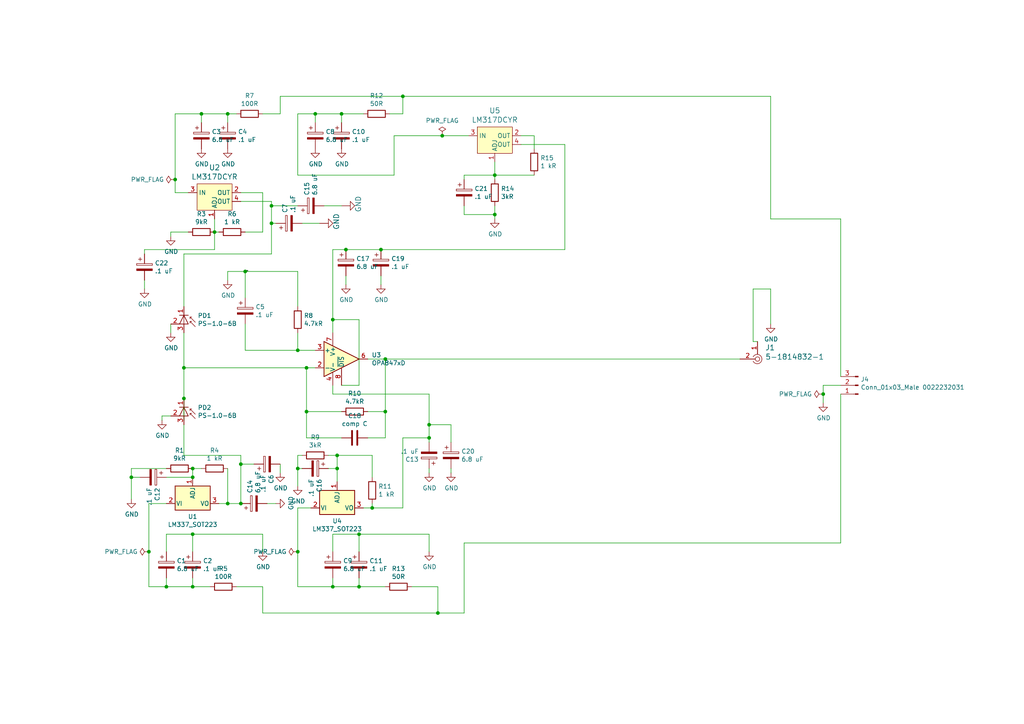
<source format=kicad_sch>
(kicad_sch (version 20211123) (generator eeschema)
  (paper "A4")
  (lib_symbols
    (symbol "Amplifier_Operational:OPA847xD" (pin_names (offset 0.127))
      (property "Reference" "U" (at -1.27 6.35 0))
      (property "Value" "OPA847xD" (at -1.27 3.81 0))
      (symbol "OPA847xD_0_1"
        (polyline (pts (xy -5.08 5.08) (xy 5.08 0) (xy -5.08 -5.08) (xy -5.08 5.08)) (stroke (width 0.254)) (fill (type background)))
        (pin power_in line (at -2.54 -7.62 90) (length 3.81) (name "V-") (number "4"))
        (pin power_in line (at -2.54 7.62 270) (length 3.81) (name "V+") (number "7"))
      )
      (symbol "OPA847xD_1_1"
        (pin no_connect line (at -5.08 5.08 270) (length 2.54) hide (name "NC") (number "1"))
        (pin input line (at -7.62 -2.54 0) (length 2.54) (name "-") (number "2"))
        (pin input line (at -7.62 2.54 0) (length 2.54) (name "+") (number "3"))
        (pin no_connect line (at -5.08 -5.08 90) (length 3.81) hide (name "NC") (number "5"))
        (pin output line (at 7.62 0 180) (length 2.54) (name "~") (number "6"))
        (pin input line (at 0 -7.62 90) (length 5.08) (name "~{DIS}") (number "8"))
      )
    )
    (symbol "Connector:Conn_01x03_Male" (pin_names (offset 1.016) hide)
      (property "Reference" "J" (at 0 5.08 0))
      (property "Value" "Conn_01x03_Male" (at 0 -5.08 0))
      (symbol "Conn_01x03_Male_1_1"
        (polyline (pts (xy 1.27 -2.54) (xy 0.8636 -2.54)) (stroke (width 0.1524)))
        (polyline (pts (xy 1.27 0) (xy 0.8636 0)) (stroke (width 0.1524)))
        (polyline (pts (xy 1.27 2.54) (xy 0.8636 2.54)) (stroke (width 0.1524)))
        (rectangle (start 0.8636 -2.413) (end 0 -2.667) (stroke (width 0.1524)) (fill (type outline)))
        (rectangle (start 0.8636 0.127) (end 0 -0.127) (stroke (width 0.1524)) (fill (type outline)))
        (rectangle (start 0.8636 2.667) (end 0 2.413) (stroke (width 0.1524)) (fill (type outline)))
        (pin passive line (at 5.08 2.54 180) (length 3.81) (name "Pin_1") (number "1"))
        (pin passive line (at 5.08 0 180) (length 3.81) (name "Pin_2") (number "2"))
        (pin passive line (at 5.08 -2.54 180) (length 3.81) (name "Pin_3") (number "3"))
      )
    )
    (symbol "Device:C" (pin_numbers hide) (pin_names (offset 0.254))
      (property "Reference" "C" (at 0.635 2.54 0))
      (property "Value" "C" (at 0.635 -2.54 0))
      (symbol "C_0_1"
        (polyline (pts (xy -2.032 -0.762) (xy 2.032 -0.762)) (stroke (width 0.508)))
        (polyline (pts (xy -2.032 0.762) (xy 2.032 0.762)) (stroke (width 0.508)))
      )
      (symbol "C_1_1"
        (pin passive line (at 0 3.81 270) (length 2.794) (name "~") (number "1"))
        (pin passive line (at 0 -3.81 90) (length 2.794) (name "~") (number "2"))
      )
    )
    (symbol "Device:R" (pin_numbers hide) (pin_names (offset 0))
      (property "Reference" "R" (at 2.032 0 90))
      (property "Value" "R" (at 0 0 90))
      (symbol "R_0_1"
        (rectangle (start -1.016 -2.54) (end 1.016 2.54) (stroke (width 0.254)))
      )
      (symbol "R_1_1"
        (pin passive line (at 0 3.81 270) (length 1.27) (name "~") (number "1"))
        (pin passive line (at 0 -3.81 90) (length 1.27) (name "~") (number "2"))
      )
    )
    (symbol "Homodyne1-eagle-import:GND" (power) (pin_names (offset 1.016))
      (property "Value" "GND" (at -1.905 -3.175 0))
      (symbol "GND_1_0"
        (polyline (pts (xy -1.27 0) (xy 1.27 0)))
        (polyline (pts (xy 0 -1.27) (xy -1.27 0)))
        (polyline (pts (xy 1.27 0) (xy 0 -1.27)))
        (pin power_in line (at 0 2.54 270) (length 2.54) (name "GND") (number "1"))
      )
    )
    (symbol "Homodyne1-rescue:CP-Device" (pin_numbers hide) (pin_names (offset 0.254))
      (property "Reference" "C" (at 0.635 2.54 0))
      (property "Value" "CP-Device" (at 0.635 -2.54 0))
      (symbol "CP-Device_0_1"
        (rectangle (start -2.286 0.508) (end 2.286 1.016))
        (polyline (pts (xy -1.778 2.286) (xy -0.762 2.286)))
        (polyline (pts (xy -1.27 2.794) (xy -1.27 1.778)))
        (rectangle (start 2.286 -0.508) (end -2.286 -1.016) (fill (type outline)))
      )
      (symbol "CP-Device_1_1"
        (pin passive line (at 0 3.81 270) (length 2.794) (name "~") (number "1"))
        (pin passive line (at 0 -3.81 90) (length 2.794) (name "~") (number "2"))
      )
    )
    (symbol "Homodyne1-rescue:PS-1.0-6B-ad5174" (pin_names (offset 1.27) hide)
      (property "Reference" "PD" (at -2.54 -6.35 0))
      (property "Value" "PS-1.0-6B-ad5174" (at 0 3.81 0))
      (symbol "PS-1.0-6B-ad5174_1_1"
        (polyline (pts (xy -1.27 -2.54) (xy -1.27 -5.08)) (stroke (width 0.2032)))
        (polyline (pts (xy -0.762 -2.032) (xy -0.254 -2.032)))
        (polyline (pts (xy 1.27 -3.81) (xy -1.27 -3.81)))
        (polyline (pts (xy 0.762 -0.508) (xy -0.762 -2.032) (xy -0.762 -1.524)))
        (polyline (pts (xy 1.27 -5.08) (xy 1.27 -2.54) (xy -1.27 -3.81) (xy 1.27 -5.08)) (stroke (width 0.2032)))
        (polyline (pts (xy 2.032 -0.508) (xy 0.508 -2.032) (xy 0.508 -1.524) (xy 0.508 -2.032) (xy 1.016 -2.032)))
        (pin passive line (at -3.81 -3.81 0) (length 2.54) (name "K") (number "1"))
        (pin passive line (at 1.27 -7.62 90) (length 2.54) (name "CASE") (number "2"))
        (pin passive line (at 3.81 -3.81 180) (length 2.54) (name "A") (number "3"))
      )
    )
    (symbol "Regulator_Linear:LM337_SOT223" (pin_names (offset 0.254))
      (property "Reference" "U" (at -3.81 -3.175 0))
      (property "Value" "LM337_SOT223" (at 0 -3.175 0))
      (symbol "LM337_SOT223_0_1"
        (rectangle (start -5.08 5.08) (end 5.08 -1.905) (stroke (width 0.254)) (fill (type background)))
      )
      (symbol "LM337_SOT223_1_1"
        (pin input line (at 0 7.62 270) (length 2.54) (name "ADJ") (number "1"))
        (pin power_in line (at -7.62 0 0) (length 2.54) (name "VI") (number "2"))
        (pin power_out line (at 7.62 0 180) (length 2.54) (name "VO") (number "3"))
      )
    )
    (symbol "dk_Coaxial-Connectors-RF:5-1814832-1" (pin_names (offset 1.016))
      (property "Reference" "J" (at -2.54 1.27 0))
      (property "Value" "5-1814832-1" (at 1.27 -2.54 0))
      (symbol "5-1814832-1_0_1"
        (arc (start -1.27 0) (mid -0.2651 -1.3081) (end 1.27 -0.635))
        (circle (center 0 0) (radius 0.635))
        (arc (start 1.27 0.635) (mid -0.2496 1.3256) (end -1.27 0))
      )
      (symbol "5-1814832-1_1_1"
        (pin passive line (at 0 -5.08 90) (length 3.683) (name "~") (number "1"))
        (pin passive line (at 5.08 0 180) (length 4.445) (name "~") (number "2"))
      )
    )
    (symbol "dk_PMIC-Voltage-Regulators-Linear:LM317DCYR"
      (property "Reference" "U" (at 0 3.81 0))
      (property "Value" "LM317DCYR" (at 0 6.35 0))
      (symbol "LM317DCYR_0_1"
        (rectangle (start -5.08 2.54) (end 5.08 -5.08) (fill (type background)))
      )
      (symbol "LM317DCYR_1_1"
        (pin input line (at 0 -7.62 90) (length 2.54) (name "ADJ") (number "1"))
        (pin power_out line (at 7.62 0 180) (length 2.54) (name "OUT") (number "2"))
        (pin power_in line (at -7.62 0 0) (length 2.54) (name "IN") (number "3"))
        (pin power_out line (at 7.62 -2.54 180) (length 2.54) (name "OUT") (number "4"))
      )
    )
    (symbol "power:GND" (power) (pin_names (offset 0))
      (property "Value" "GND" (at 0 -3.81 0))
      (symbol "GND_0_1"
        (polyline (pts (xy 0 0) (xy 0 -1.27) (xy 1.27 -1.27) (xy 0 -2.54) (xy -1.27 -1.27) (xy 0 -1.27)))
      )
      (symbol "GND_1_1"
        (pin power_in line (at 0 0 270) (length 0) hide (name "GND") (number "1"))
      )
    )
    (symbol "power:PWR_FLAG" (power) (pin_numbers hide) (pin_names (offset 0) hide)
      (property "Value" "PWR_FLAG" (at 0 3.81 0))
      (symbol "PWR_FLAG_0_0"
        (pin power_out line (at 0 0 90) (length 0) (name "pwr") (number "1"))
      )
      (symbol "PWR_FLAG_0_1"
        (polyline (pts (xy 0 0) (xy 0 1.27) (xy -1.016 1.905) (xy 0 2.54) (xy 1.016 1.905) (xy 0 1.27)))
      )
    )
  )
  (junction (at 99.06 33.02))
  (junction (at 111.76 119.38))
  (junction (at 238.76 114.3))
  (junction (at 66.04 33.02))
  (junction (at 43.18 160.02))
  (junction (at 38.1 138.43))
  (junction (at 96.52 92.71))
  (junction (at 97.79 132.08))
  (junction (at 86.36 160.02))
  (junction (at 86.36 101.6))
  (junction (at 124.46 123.19))
  (junction (at 58.42 33.02))
  (junction (at 97.79 135.89))
  (junction (at 143.51 50.8))
  (junction (at 127 177.8))
  (junction (at 110.49 72.39))
  (junction (at 55.88 170.18))
  (junction (at 104.14 154.94))
  (junction (at 55.88 154.94))
  (junction (at 78.74 59.69))
  (junction (at 104.14 170.18))
  (junction (at 62.23 67.31))
  (junction (at 50.8 52.07))
  (junction (at 55.88 138.43))
  (junction (at 53.34 106.68))
  (junction (at 66.04 146.05))
  (junction (at 86.36 135.89))
  (junction (at 71.12 78.74))
  (junction (at 124.46 127))
  (junction (at 128.27 39.37))
  (junction (at 91.44 33.02))
  (junction (at 143.51 62.23))
  (junction (at 53.34 115.57))
  (junction (at 96.52 170.18))
  (junction (at 100.33 72.39))
  (junction (at 107.95 147.32))
  (junction (at 55.88 135.89))
  (junction (at 69.85 134.62))
  (junction (at 111.76 104.14))
  (junction (at 48.26 170.18))
  (junction (at 116.84 27.94))
  (junction (at 88.9 106.68))
  (junction (at 78.74 64.77))
  (junction (at 69.85 146.05))
  (junction (at 88.9 119.38))
  (wire (pts (xy 38.1 138.43) (xy 38.1 144.78)))
  (wire (pts (xy 134.62 59.69) (xy 134.62 62.23)))
  (wire (pts (xy 87.63 64.77) (xy 92.71 64.77)))
  (wire (pts (xy 116.84 27.94) (xy 223.52 27.94)))
  (wire (pts (xy 96.52 111.76) (xy 96.52 114.3)))
  (wire (pts (xy 38.1 135.89) (xy 38.1 138.43)))
  (wire (pts (xy 76.2 170.18) (xy 76.2 177.8)))
  (wire (pts (xy 53.34 106.68) (xy 53.34 115.57)))
  (wire (pts (xy 80.01 64.77) (xy 78.74 64.77)))
  (wire (pts (xy 43.18 146.05) (xy 43.18 160.02)))
  (wire (pts (xy 80.01 146.05) (xy 77.47 146.05)))
  (wire (pts (xy 49.53 67.31) (xy 49.53 68.58)))
  (wire (pts (xy 91.44 35.56) (xy 91.44 33.02)))
  (wire (pts (xy 69.85 55.88) (xy 76.2 55.88)))
  (wire (pts (xy 134.62 157.48) (xy 134.62 177.8)))
  (wire (pts (xy 134.62 50.8) (xy 143.51 50.8)))
  (wire (pts (xy 124.46 123.19) (xy 124.46 114.3)))
  (wire (pts (xy 96.52 114.3) (xy 124.46 114.3)))
  (wire (pts (xy 106.68 119.38) (xy 111.76 119.38)))
  (wire (pts (xy 49.53 93.98) (xy 49.53 96.52)))
  (wire (pts (xy 62.23 67.31) (xy 63.5 67.31)))
  (wire (pts (xy 96.52 170.18) (xy 86.36 170.18)))
  (wire (pts (xy 111.76 104.14) (xy 214.63 104.14)))
  (wire (pts (xy 104.14 154.94) (xy 96.52 154.94)))
  (wire (pts (xy 100.33 82.55) (xy 100.33 80.01)))
  (wire (pts (xy 143.51 50.8) (xy 154.94 50.8)))
  (wire (pts (xy 223.52 63.5) (xy 243.84 63.5)))
  (wire (pts (xy 66.04 33.02) (xy 58.42 33.02)))
  (wire (pts (xy 163.83 41.91) (xy 163.83 72.39)))
  (wire (pts (xy 38.1 135.89) (xy 48.26 135.89)))
  (wire (pts (xy 55.88 138.43) (xy 48.26 138.43)))
  (wire (pts (xy 88.9 119.38) (xy 99.06 119.38)))
  (wire (pts (xy 41.91 81.28) (xy 41.91 83.82)))
  (wire (pts (xy 71.12 78.74) (xy 66.04 78.74)))
  (wire (pts (xy 93.98 59.69) (xy 99.06 59.69)))
  (wire (pts (xy 219.71 99.06) (xy 218.44 99.06)))
  (wire (pts (xy 91.44 33.02) (xy 86.36 33.02)))
  (wire (pts (xy 71.12 67.31) (xy 76.2 67.31)))
  (wire (pts (xy 104.14 160.02) (xy 104.14 154.94)))
  (wire (pts (xy 86.36 160.02) (xy 86.36 170.18)))
  (wire (pts (xy 55.88 154.94) (xy 76.2 154.94)))
  (wire (pts (xy 96.52 72.39) (xy 96.52 92.71)))
  (wire (pts (xy 111.76 170.18) (xy 104.14 170.18)))
  (wire (pts (xy 58.42 35.56) (xy 58.42 33.02)))
  (wire (pts (xy 48.26 170.18) (xy 43.18 170.18)))
  (wire (pts (xy 68.58 170.18) (xy 76.2 170.18)))
  (wire (pts (xy 107.95 132.08) (xy 107.95 138.43)))
  (wire (pts (xy 43.18 146.05) (xy 48.26 146.05)))
  (wire (pts (xy 60.96 170.18) (xy 55.88 170.18)))
  (wire (pts (xy 86.36 101.6) (xy 91.44 101.6)))
  (wire (pts (xy 66.04 146.05) (xy 69.85 146.05)))
  (wire (pts (xy 73.66 134.62) (xy 69.85 134.62)))
  (wire (pts (xy 62.23 67.31) (xy 62.23 72.39)))
  (wire (pts (xy 96.52 170.18) (xy 96.52 167.64)))
  (wire (pts (xy 114.3 39.37) (xy 128.27 39.37)))
  (wire (pts (xy 134.62 157.48) (xy 243.84 157.48)))
  (wire (pts (xy 154.94 39.37) (xy 151.13 39.37)))
  (wire (pts (xy 104.14 170.18) (xy 96.52 170.18)))
  (wire (pts (xy 87.63 135.89) (xy 86.36 135.89)))
  (wire (pts (xy 86.36 33.02) (xy 86.36 50.8)))
  (wire (pts (xy 53.34 115.57) (xy 53.34 121.92)))
  (wire (pts (xy 53.34 96.52) (xy 53.34 106.68)))
  (wire (pts (xy 86.36 147.32) (xy 86.36 160.02)))
  (wire (pts (xy 96.52 92.71) (xy 104.14 92.71)))
  (wire (pts (xy 55.88 160.02) (xy 55.88 154.94)))
  (wire (pts (xy 53.34 73.66) (xy 53.34 88.9)))
  (wire (pts (xy 58.42 135.89) (xy 55.88 135.89)))
  (wire (pts (xy 110.49 82.55) (xy 110.49 80.01)))
  (wire (pts (xy 111.76 127) (xy 111.76 119.38)))
  (wire (pts (xy 116.84 127) (xy 124.46 127)))
  (wire (pts (xy 143.51 62.23) (xy 143.51 59.69)))
  (wire (pts (xy 53.34 73.66) (xy 78.74 73.66)))
  (wire (pts (xy 116.84 33.02) (xy 116.84 27.94)))
  (wire (pts (xy 81.28 33.02) (xy 81.28 27.94)))
  (wire (pts (xy 124.46 127) (xy 124.46 123.19)))
  (wire (pts (xy 48.26 154.94) (xy 55.88 154.94)))
  (wire (pts (xy 99.06 35.56) (xy 99.06 33.02)))
  (wire (pts (xy 81.28 134.62) (xy 81.28 137.16)))
  (wire (pts (xy 113.03 33.02) (xy 116.84 33.02)))
  (wire (pts (xy 53.34 132.08) (xy 69.85 132.08)))
  (wire (pts (xy 105.41 33.02) (xy 99.06 33.02)))
  (wire (pts (xy 54.61 67.31) (xy 49.53 67.31)))
  (wire (pts (xy 88.9 127) (xy 88.9 119.38)))
  (wire (pts (xy 130.81 137.16) (xy 130.81 135.89)))
  (wire (pts (xy 48.26 167.64) (xy 48.26 170.18)))
  (wire (pts (xy 76.2 33.02) (xy 81.28 33.02)))
  (wire (pts (xy 76.2 55.88) (xy 76.2 67.31)))
  (wire (pts (xy 107.95 147.32) (xy 116.84 147.32)))
  (wire (pts (xy 243.84 111.76) (xy 238.76 111.76)))
  (wire (pts (xy 151.13 41.91) (xy 163.83 41.91)))
  (wire (pts (xy 46.99 121.92) (xy 46.99 120.65)))
  (wire (pts (xy 69.85 134.62) (xy 69.85 132.08)))
  (wire (pts (xy 97.79 135.89) (xy 97.79 139.7)))
  (wire (pts (xy 97.79 132.08) (xy 95.25 132.08)))
  (wire (pts (xy 78.74 73.66) (xy 78.74 64.77)))
  (wire (pts (xy 38.1 138.43) (xy 40.64 138.43)))
  (wire (pts (xy 62.23 72.39) (xy 41.91 72.39)))
  (wire (pts (xy 116.84 127) (xy 116.84 147.32)))
  (wire (pts (xy 78.74 58.42) (xy 69.85 58.42)))
  (wire (pts (xy 86.36 50.8) (xy 114.3 50.8)))
  (wire (pts (xy 223.52 27.94) (xy 223.52 63.5)))
  (wire (pts (xy 154.94 43.18) (xy 154.94 39.37)))
  (wire (pts (xy 143.51 63.5) (xy 143.51 62.23)))
  (wire (pts (xy 86.36 132.08) (xy 86.36 135.89)))
  (wire (pts (xy 97.79 132.08) (xy 107.95 132.08)))
  (wire (pts (xy 62.23 63.5) (xy 62.23 67.31)))
  (wire (pts (xy 41.91 72.39) (xy 41.91 73.66)))
  (wire (pts (xy 134.62 50.8) (xy 134.62 52.07)))
  (wire (pts (xy 124.46 154.94) (xy 124.46 160.02)))
  (wire (pts (xy 48.26 160.02) (xy 48.26 154.94)))
  (wire (pts (xy 81.28 27.94) (xy 116.84 27.94)))
  (wire (pts (xy 76.2 154.94) (xy 76.2 160.02)))
  (wire (pts (xy 134.62 62.23) (xy 143.51 62.23)))
  (wire (pts (xy 66.04 35.56) (xy 66.04 33.02)))
  (wire (pts (xy 114.3 50.8) (xy 114.3 39.37)))
  (wire (pts (xy 111.76 119.38) (xy 111.76 104.14)))
  (wire (pts (xy 223.52 83.82) (xy 223.52 93.98)))
  (wire (pts (xy 143.51 46.99) (xy 143.51 50.8)))
  (wire (pts (xy 104.14 92.71) (xy 104.14 111.76)))
  (wire (pts (xy 238.76 114.3) (xy 238.76 116.84)))
  (wire (pts (xy 106.68 127) (xy 111.76 127)))
  (wire (pts (xy 91.44 106.68) (xy 88.9 106.68)))
  (wire (pts (xy 66.04 78.74) (xy 66.04 81.28)))
  (wire (pts (xy 134.62 177.8) (xy 127 177.8)))
  (wire (pts (xy 66.04 33.02) (xy 68.58 33.02)))
  (wire (pts (xy 99.06 111.76) (xy 104.14 111.76)))
  (wire (pts (xy 105.41 147.32) (xy 107.95 147.32)))
  (wire (pts (xy 78.74 59.69) (xy 78.74 58.42)))
  (wire (pts (xy 99.06 127) (xy 88.9 127)))
  (wire (pts (xy 243.84 114.3) (xy 243.84 157.48)))
  (wire (pts (xy 100.33 72.39) (xy 110.49 72.39)))
  (wire (pts (xy 88.9 106.68) (xy 88.9 119.38)))
  (wire (pts (xy 71.12 101.6) (xy 86.36 101.6)))
  (wire (pts (xy 69.85 146.05) (xy 69.85 134.62)))
  (wire (pts (xy 46.99 120.65) (xy 49.53 120.65)))
  (wire (pts (xy 86.36 96.52) (xy 86.36 101.6)))
  (wire (pts (xy 128.27 39.37) (xy 135.89 39.37)))
  (wire (pts (xy 86.36 78.74) (xy 86.36 88.9)))
  (wire (pts (xy 119.38 170.18) (xy 127 170.18)))
  (wire (pts (xy 50.8 33.02) (xy 50.8 52.07)))
  (wire (pts (xy 55.88 138.43) (xy 55.88 135.89)))
  (wire (pts (xy 58.42 33.02) (xy 50.8 33.02)))
  (wire (pts (xy 86.36 135.89) (xy 86.36 140.97)))
  (wire (pts (xy 127 170.18) (xy 127 177.8)))
  (wire (pts (xy 97.79 132.08) (xy 97.79 135.89)))
  (wire (pts (xy 43.18 160.02) (xy 43.18 170.18)))
  (wire (pts (xy 130.81 128.27) (xy 130.81 123.19)))
  (wire (pts (xy 50.8 55.88) (xy 54.61 55.88)))
  (wire (pts (xy 110.49 72.39) (xy 163.83 72.39)))
  (wire (pts (xy 124.46 137.16) (xy 124.46 135.89)))
  (wire (pts (xy 78.74 64.77) (xy 78.74 59.69)))
  (wire (pts (xy 71.12 93.98) (xy 71.12 101.6)))
  (wire (pts (xy 218.44 83.82) (xy 223.52 83.82)))
  (wire (pts (xy 86.36 132.08) (xy 87.63 132.08)))
  (wire (pts (xy 96.52 72.39) (xy 100.33 72.39)))
  (wire (pts (xy 55.88 170.18) (xy 55.88 167.64)))
  (wire (pts (xy 99.06 33.02) (xy 91.44 33.02)))
  (wire (pts (xy 50.8 52.07) (xy 50.8 55.88)))
  (wire (pts (xy 124.46 128.27) (xy 124.46 127)))
  (wire (pts (xy 96.52 92.71) (xy 96.52 96.52)))
  (wire (pts (xy 53.34 106.68) (xy 88.9 106.68)))
  (wire (pts (xy 130.81 123.19) (xy 124.46 123.19)))
  (wire (pts (xy 124.46 154.94) (xy 104.14 154.94)))
  (wire (pts (xy 76.2 177.8) (xy 127 177.8)))
  (wire (pts (xy 53.34 123.19) (xy 53.34 132.08)))
  (wire (pts (xy 97.79 135.89) (xy 95.25 135.89)))
  (wire (pts (xy 71.12 78.74) (xy 71.12 86.36)))
  (wire (pts (xy 218.44 83.82) (xy 218.44 99.06)))
  (wire (pts (xy 243.84 63.5) (xy 243.84 109.22)))
  (wire (pts (xy 63.5 146.05) (xy 66.04 146.05)))
  (wire (pts (xy 106.68 104.14) (xy 111.76 104.14)))
  (wire (pts (xy 143.51 50.8) (xy 143.51 52.07)))
  (wire (pts (xy 90.17 147.32) (xy 86.36 147.32)))
  (wire (pts (xy 78.74 59.69) (xy 86.36 59.69)))
  (wire (pts (xy 86.36 78.74) (xy 71.12 78.74)))
  (wire (pts (xy 48.26 170.18) (xy 55.88 170.18)))
  (wire (pts (xy 96.52 154.94) (xy 96.52 160.02)))
  (wire (pts (xy 104.14 167.64) (xy 104.14 170.18)))
  (wire (pts (xy 107.95 147.32) (xy 107.95 146.05)))
  (wire (pts (xy 238.76 111.76) (xy 238.76 114.3)))
  (wire (pts (xy 66.04 135.89) (xy 66.04 146.05)))
  (label "GND" (at 71.12 78.74 0) (effects (font (size 0.254 0.254))))
  (symbol (lib_id "dk_PMIC-Voltage-Regulators-Linear:LM317DCYR") (at 143.51 39.37 0) (unit 1)
    (property "Reference" "U5" (at 143.51 32.0802 0) (effects (font (size 1.524 1.524))))
    (property "Value" "LM317DCYR" (at 143.51 34.7726 0) (effects (font (size 1.524 1.524))))
    (property "Footprint" "digikey-footprints:SOT-223-4" (effects hide))
    (property "Datasheet" "http://www.ti.com/general/docs/suppproductinfo.tsp?distId=10&gotoUrl=http%3A%2F%2Fwww.ti.com%2Flit%2Fgpn%2Flm317" (effects hide))
    (property "Digi-Key_PN" "296-12602-1-ND" (effects hide))
    (property "MPN" "LM317DCYR" (effects hide))
    (property "Category" "Integrated Circuits (ICs)" (effects hide))
    (property "Family" "PMIC - Voltage Regulators - Linear" (effects hide))
    (property "DK_Datasheet_Link" "http://www.ti.com/general/docs/suppproductinfo.tsp?distId=10&gotoUrl=http%3A%2F%2Fwww.ti.com%2Flit%2Fgpn%2Flm317" (effects hide))
    (property "DK_Detail_Page" "/product-detail/en/texas-instruments/LM317DCYR/296-12602-1-ND/443738" (effects hide))
    (property "Description" "IC REG LIN POS ADJ 1.5A SOT223-4" (effects hide))
    (property "Manufacturer" "Texas Instruments" (effects hide))
    (property "Status" "Active" (effects hide))
  )
  (symbol (lib_id "dk_PMIC-Voltage-Regulators-Linear:LM317DCYR") (at 62.23 55.88 0) (unit 1)
    (property "Reference" "U2" (at 62.23 48.5902 0) (effects (font (size 1.524 1.524))))
    (property "Value" "LM317DCYR" (at 62.23 51.2826 0) (effects (font (size 1.524 1.524))))
    (property "Footprint" "digikey-footprints:SOT-223-4" (effects hide))
    (property "Datasheet" "http://www.ti.com/general/docs/suppproductinfo.tsp?distId=10&gotoUrl=http%3A%2F%2Fwww.ti.com%2Flit%2Fgpn%2Flm317" (effects hide))
    (property "Digi-Key_PN" "296-12602-1-ND" (effects hide))
    (property "MPN" "LM317DCYR" (effects hide))
    (property "Category" "Integrated Circuits (ICs)" (effects hide))
    (property "Family" "PMIC - Voltage Regulators - Linear" (effects hide))
    (property "DK_Datasheet_Link" "http://www.ti.com/general/docs/suppproductinfo.tsp?distId=10&gotoUrl=http%3A%2F%2Fwww.ti.com%2Flit%2Fgpn%2Flm317" (effects hide))
    (property "DK_Detail_Page" "/product-detail/en/texas-instruments/LM317DCYR/296-12602-1-ND/443738" (effects hide))
    (property "Description" "IC REG LIN POS ADJ 1.5A SOT223-4" (effects hide))
    (property "Manufacturer" "Texas Instruments" (effects hide))
    (property "Status" "Active" (effects hide))
  )
  (symbol (lib_id "Regulator_Linear:LM337_SOT223") (at 97.79 147.32 0) (unit 1)
    (property "Reference" "U4" (at 97.79 151.1046 0))
    (property "Value" "LM337_SOT223" (at 97.79 153.416 0))
    (property "Footprint" "Package_TO_SOT_SMD:SOT-223-3_TabPin2" (effects hide))
    (property "Datasheet" "http://www.ti.com/lit/ds/symlink/lm337-n.pdf" (effects hide))
  )
  (symbol (lib_id "Regulator_Linear:LM337_SOT223") (at 55.88 146.05 0) (unit 1)
    (property "Reference" "U1" (at 55.88 149.8346 0))
    (property "Value" "LM337_SOT223" (at 55.88 152.146 0))
    (property "Footprint" "Package_TO_SOT_SMD:SOT-223-3_TabPin2" (effects hide))
    (property "Datasheet" "http://www.ti.com/lit/ds/symlink/lm337-n.pdf" (effects hide))
  )
  (symbol (lib_id "Amplifier_Operational:OPA847xD") (at 99.06 104.14 0) (unit 1)
    (property "Reference" "U3" (at 107.7976 102.9716 0) (effects (justify left)))
    (property "Value" "OPA847xD" (at 107.7976 105.283 0) (effects (justify left)))
    (property "Footprint" "Package_SO:SOIC-8_3.9x4.9mm_P1.27mm" (effects hide))
    (property "Datasheet" "http://www.ti.com/lit/ds/symlink/opa847.pdf" (effects hide))
  )
  (symbol (lib_id "dk_Coaxial-Connectors-RF:5-1814832-1") (at 219.71 104.14 180) (unit 1)
    (property "Reference" "J1" (at 221.9452 100.8126 0) (effects (font (size 1.524 1.524)) (justify right)))
    (property "Value" "5-1814832-1" (at 221.9452 103.505 0) (effects (font (size 1.524 1.524)) (justify right)))
    (property "Footprint" "digikey-footprints:RF_SMA_Vertical_5-1814832-1" (effects hide))
    (property "Datasheet" "https://www.te.com/commerce/DocumentDelivery/DDEController?Action=srchrtrv&DocNm=1814832&DocType=Customer+Drawing&DocLang=English" (effects hide))
    (property "Digi-Key_PN" "A97594-ND" (effects hide))
    (property "MPN" "5-1814832-1" (effects hide))
    (property "Category" "Connectors, Interconnects" (effects hide))
    (property "Family" "Coaxial Connectors (RF)" (effects hide))
    (property "DK_Datasheet_Link" "https://www.te.com/commerce/DocumentDelivery/DDEController?Action=srchrtrv&DocNm=1814832&DocType=Customer+Drawing&DocLang=English" (effects hide))
    (property "DK_Detail_Page" "/product-detail/en/te-connectivity-amp-connectors/5-1814832-1/A97594-ND/1755982" (effects hide))
    (property "Description" "CONN SMA JACK STR 50 OHM PCB" (effects hide))
    (property "Manufacturer" "TE Connectivity AMP Connectors" (effects hide))
    (property "Status" "Active" (effects hide))
  )
  (symbol (lib_id "Device:R") (at 154.94 46.99 0) (unit 1)
    (property "Reference" "R15" (at 156.718 45.8216 0) (effects (justify left)))
    (property "Value" "1 kR" (at 156.718 48.133 0) (effects (justify left)))
    (property "Footprint" "Resistor_SMD:R_1206_3216Metric" (effects hide))
  )
  (symbol (lib_id "Homodyne1-rescue:CP-Device") (at 124.46 132.08 180) (unit 1)
    (property "Reference" "C13" (at 121.4628 133.2484 0) (effects (justify left)))
    (property "Value" ".1 uF" (at 121.4628 130.937 0) (effects (justify left)))
    (property "Footprint" "Capacitors_SMD:C_1206" (effects hide))
  )
  (symbol (lib_id "Homodyne1-rescue:CP-Device") (at 41.91 77.47 0) (unit 1)
    (property "Reference" "C22" (at 44.9072 76.3016 0) (effects (justify left)))
    (property "Value" ".1 uF" (at 44.9072 78.613 0) (effects (justify left)))
    (property "Footprint" "Capacitors_SMD:C_1206" (effects hide))
  )
  (symbol (lib_id "Device:R") (at 143.51 55.88 0) (unit 1)
    (property "Reference" "R14" (at 145.288 54.7116 0) (effects (justify left)))
    (property "Value" "3kR" (at 145.288 57.023 0) (effects (justify left)))
    (property "Footprint" "Resistor_SMD:R_1206_3216Metric" (effects hide))
  )
  (symbol (lib_id "power:GND") (at 41.91 83.82 0) (unit 1)
    (property "Reference" "#PWR015" (effects hide))
    (property "Value" "GND" (at 42.037 88.2142 0))
  )
  (symbol (lib_id "power:GND") (at 143.51 63.5 0) (unit 1)
    (property "Reference" "#PWR020" (effects hide))
    (property "Value" "GND" (at 143.637 67.8942 0))
  )
  (symbol (lib_id "Homodyne1-rescue:CP-Device") (at 134.62 55.88 0) (unit 1)
    (property "Reference" "C21" (at 137.6172 54.7116 0) (effects (justify left)))
    (property "Value" ".1 uF" (at 137.6172 57.023 0) (effects (justify left)))
    (property "Footprint" "Capacitors_SMD:C_1206" (effects hide))
  )
  (symbol (lib_id "Device:R") (at 109.22 33.02 270) (unit 1)
    (property "Reference" "R12" (at 109.22 27.7622 90))
    (property "Value" "50R" (at 109.22 30.0736 90))
    (property "Footprint" "Resistor_SMD:R_1206_3216Metric" (effects hide))
  )
  (symbol (lib_id "Homodyne1-rescue:CP-Device") (at 110.49 76.2 0) (unit 1)
    (property "Reference" "C19" (at 113.4872 75.0316 0) (effects (justify left)))
    (property "Value" ".1 uF" (at 113.4872 77.343 0) (effects (justify left)))
    (property "Footprint" "Capacitors_SMD:C_1206" (effects hide))
  )
  (symbol (lib_id "Homodyne1-rescue:CP-Device") (at 100.33 76.2 0) (unit 1)
    (property "Reference" "C17" (at 103.3272 75.0316 0) (effects (justify left)))
    (property "Value" "6.8 uF" (at 103.3272 77.343 0) (effects (justify left)))
    (property "Footprint" "Capacitors_SMD:C_1206" (effects hide))
  )
  (symbol (lib_id "power:GND") (at 100.33 82.55 0) (unit 1)
    (property "Reference" "#PWR012" (effects hide))
    (property "Value" "GND" (at 100.457 86.9442 0))
  )
  (symbol (lib_id "power:GND") (at 110.49 82.55 0) (unit 1)
    (property "Reference" "#PWR016" (effects hide))
    (property "Value" "GND" (at 110.617 86.9442 0))
  )
  (symbol (lib_id "Device:R") (at 72.39 33.02 270) (unit 1)
    (property "Reference" "R7" (at 72.39 27.7622 90))
    (property "Value" "100R" (at 72.39 30.0736 90))
    (property "Footprint" "Resistor_SMD:R_1206_3216Metric" (effects hide))
  )
  (symbol (lib_id "Device:R") (at 58.42 67.31 270) (unit 1)
    (property "Reference" "R3" (at 58.42 62.0522 90))
    (property "Value" "9kR" (at 58.42 64.3636 90))
    (property "Footprint" "Resistor_SMD:R_1206_3216Metric" (effects hide))
  )
  (symbol (lib_id "Device:R") (at 67.31 67.31 270) (unit 1)
    (property "Reference" "R6" (at 67.31 62.0522 90))
    (property "Value" "1 kR" (at 67.31 64.3636 90))
    (property "Footprint" "Resistor_SMD:R_1206_3216Metric" (effects hide))
  )
  (symbol (lib_id "Homodyne1-rescue:CP-Device") (at 90.17 59.69 90) (unit 1)
    (property "Reference" "C15" (at 89.0016 56.6928 0) (effects (justify left)))
    (property "Value" "6.8 uF" (at 91.313 56.6928 0) (effects (justify left)))
    (property "Footprint" "Capacitors_SMD:C_1206" (effects hide))
  )
  (symbol (lib_id "Homodyne1-eagle-import:GND") (at 101.6 59.69 90) (unit 1)
    (property "Reference" "#SUPPLY01" (effects hide))
    (property "Value" "GND" (at 104.775 61.595 0) (effects (font (size 1.4986 1.4986)) (justify left bottom)))
  )
  (symbol (lib_id "Device:R") (at 86.36 92.71 0) (unit 1)
    (property "Reference" "R8" (at 88.138 91.5416 0) (effects (justify left)))
    (property "Value" "4.7kR" (at 88.138 93.853 0) (effects (justify left)))
    (property "Footprint" "Resistor_SMD:R_1206_3216Metric" (effects hide))
  )
  (symbol (lib_id "Device:R") (at 102.87 119.38 270) (unit 1)
    (property "Reference" "R10" (at 102.87 114.1222 90))
    (property "Value" "4.7kR" (at 102.87 116.4336 90))
    (property "Footprint" "Resistor_SMD:R_1206_3216Metric" (effects hide))
  )
  (symbol (lib_id "Device:R") (at 115.57 170.18 270) (unit 1)
    (property "Reference" "R13" (at 115.57 164.9222 90))
    (property "Value" "50R" (at 115.57 167.2336 90))
    (property "Footprint" "Resistor_SMD:R_1206_3216Metric" (effects hide))
  )
  (symbol (lib_id "Device:R") (at 64.77 170.18 270) (unit 1)
    (property "Reference" "R5" (at 64.77 164.9222 90))
    (property "Value" "100R" (at 64.77 167.2336 90))
    (property "Footprint" "Resistor_SMD:R_1206_3216Metric" (effects hide))
  )
  (symbol (lib_id "Device:R") (at 107.95 142.24 0) (unit 1)
    (property "Reference" "R11" (at 109.728 141.0716 0) (effects (justify left)))
    (property "Value" "1 kR" (at 109.728 143.383 0) (effects (justify left)))
    (property "Footprint" "Resistor_SMD:R_1206_3216Metric" (effects hide))
  )
  (symbol (lib_id "Homodyne1-rescue:CP-Device") (at 58.42 39.37 0) (unit 1)
    (property "Reference" "C3" (at 61.4172 38.2016 0) (effects (justify left)))
    (property "Value" "6.8 uF" (at 61.4172 40.513 0) (effects (justify left)))
    (property "Footprint" "Capacitors_SMD:C_1206" (effects hide))
  )
  (symbol (lib_id "Device:R") (at 91.44 132.08 270) (unit 1)
    (property "Reference" "R9" (at 91.44 126.8222 90))
    (property "Value" "3kR" (at 91.44 129.1336 90))
    (property "Footprint" "Resistor_SMD:R_1206_3216Metric" (effects hide))
  )
  (symbol (lib_id "Homodyne1-rescue:CP-Device") (at 91.44 39.37 0) (unit 1)
    (property "Reference" "C8" (at 94.4372 38.2016 0) (effects (justify left)))
    (property "Value" "6.8 uF" (at 94.4372 40.513 0) (effects (justify left)))
    (property "Footprint" "Capacitors_SMD:C_1206" (effects hide))
  )
  (symbol (lib_id "Connector:Conn_01x03_Male") (at 248.92 111.76 180) (unit 1)
    (property "Reference" "J4" (at 249.6312 110.0328 0) (effects (justify right)))
    (property "Value" "Conn_01x03_Male 0022232031 " (at 249.6312 112.3442 0) (effects (justify right)))
    (property "Footprint" "digikey-footprints:PinHeader_1x3_P2.54_Drill1.1mm" (effects hide))
    (property "Datasheet" "https://www.digikey.ca/products/en?keywords=22-23-2031" (effects hide))
  )
  (symbol (lib_id "Homodyne1-rescue:CP-Device") (at 130.81 132.08 0) (unit 1)
    (property "Reference" "C20" (at 133.8072 130.9116 0) (effects (justify left)))
    (property "Value" "6.8 uF" (at 133.8072 133.223 0) (effects (justify left)))
    (property "Footprint" "Capacitors_SMD:C_1206" (effects hide))
  )
  (symbol (lib_id "power:GND") (at 130.81 137.16 0) (unit 1)
    (property "Reference" "#PWR017" (effects hide))
    (property "Value" "GND" (at 130.937 141.5542 0))
  )
  (symbol (lib_id "Homodyne1-rescue:CP-Device") (at 48.26 163.83 0) (unit 1)
    (property "Reference" "C1" (at 51.2572 162.6616 0) (effects (justify left)))
    (property "Value" "6.8 uF" (at 51.2572 164.973 0) (effects (justify left)))
    (property "Footprint" "Capacitors_SMD:C_1206" (effects hide))
  )
  (symbol (lib_id "Homodyne1-rescue:CP-Device") (at 96.52 163.83 0) (unit 1)
    (property "Reference" "C9" (at 99.5172 162.6616 0) (effects (justify left)))
    (property "Value" "6.8 uF" (at 99.5172 164.973 0) (effects (justify left)))
    (property "Footprint" "Capacitors_SMD:C_1206" (effects hide))
  )
  (symbol (lib_id "power:GND") (at 238.76 116.84 0) (unit 1)
    (property "Reference" "#PWR019" (effects hide))
    (property "Value" "GND" (at 238.887 121.2342 0))
  )
  (symbol (lib_id "power:GND") (at 223.52 93.98 0) (unit 1)
    (property "Reference" "#PWR018" (effects hide))
    (property "Value" "GND" (at 223.647 98.3742 0))
  )
  (symbol (lib_id "Homodyne1-rescue:CP-Device") (at 55.88 163.83 0) (unit 1)
    (property "Reference" "C2" (at 58.8772 162.6616 0) (effects (justify left)))
    (property "Value" ".1 uF" (at 58.8772 164.973 0) (effects (justify left)))
    (property "Footprint" "Capacitors_SMD:C_1206" (effects hide))
  )
  (symbol (lib_id "Device:R") (at 62.23 135.89 270) (unit 1)
    (property "Reference" "R4" (at 62.23 130.6322 90))
    (property "Value" "1 kR" (at 62.23 132.9436 90))
    (property "Footprint" "Resistor_SMD:R_1206_3216Metric" (effects hide))
  )
  (symbol (lib_id "power:GND") (at 124.46 137.16 0) (unit 1)
    (property "Reference" "#PWR013" (effects hide))
    (property "Value" "GND" (at 124.587 141.5542 0))
  )
  (symbol (lib_id "Homodyne1-rescue:CP-Device") (at 104.14 163.83 0) (unit 1)
    (property "Reference" "C11" (at 107.1372 162.6616 0) (effects (justify left)))
    (property "Value" ".1 uF" (at 107.1372 164.973 0) (effects (justify left)))
    (property "Footprint" "Capacitors_SMD:C_1206" (effects hide))
  )
  (symbol (lib_id "power:GND") (at 124.46 160.02 0) (unit 1)
    (property "Reference" "#PWR014" (effects hide))
    (property "Value" "GND" (at 124.587 164.4142 0))
  )
  (symbol (lib_id "power:GND") (at 76.2 160.02 0) (unit 1)
    (property "Reference" "#PWR06" (effects hide))
    (property "Value" "GND" (at 76.327 164.4142 0))
  )
  (symbol (lib_id "power:GND") (at 66.04 81.28 0) (unit 1)
    (property "Reference" "#PWR05" (effects hide))
    (property "Value" "GND" (at 66.167 85.6742 0))
  )
  (symbol (lib_id "power:GND") (at 49.53 68.58 0) (unit 1)
    (property "Reference" "#PWR03" (effects hide))
    (property "Value" "GND" (at 49.657 72.9742 0))
  )
  (symbol (lib_id "Homodyne1-rescue:CP-Device") (at 99.06 39.37 0) (unit 1)
    (property "Reference" "C10" (at 102.0572 38.2016 0) (effects (justify left)))
    (property "Value" ".1 uF" (at 102.0572 40.513 0) (effects (justify left)))
    (property "Footprint" "Capacitors_SMD:C_1206" (effects hide))
  )
  (symbol (lib_id "power:GND") (at 66.04 43.18 0) (unit 1)
    (property "Reference" "#PWR04" (effects hide))
    (property "Value" "GND" (at 66.167 47.5742 0))
  )
  (symbol (lib_id "power:GND") (at 58.42 43.18 0) (unit 1)
    (property "Reference" "#PWR02" (effects hide))
    (property "Value" "GND" (at 58.547 47.5742 0))
  )
  (symbol (lib_id "power:GND") (at 91.44 43.18 0) (unit 1)
    (property "Reference" "#PWR09" (effects hide))
    (property "Value" "GND" (at 91.567 47.5742 0))
  )
  (symbol (lib_id "power:GND") (at 99.06 43.18 0) (unit 1)
    (property "Reference" "#PWR010" (effects hide))
    (property "Value" "GND" (at 99.187 47.5742 0))
  )
  (symbol (lib_id "Device:R") (at 52.07 135.89 270) (unit 1)
    (property "Reference" "R1" (at 52.07 130.6322 90))
    (property "Value" "9kR" (at 52.07 132.9436 90))
    (property "Footprint" "Resistor_SMD:R_1206_3216Metric" (effects hide))
  )
  (symbol (lib_id "power:GND") (at 81.28 137.16 0) (unit 1)
    (property "Reference" "#PWR07" (effects hide))
    (property "Value" "GND" (at 81.407 141.5542 0))
  )
  (symbol (lib_id "Homodyne1-rescue:CP-Device") (at 66.04 39.37 0) (unit 1)
    (property "Reference" "C4" (at 69.0372 38.2016 0) (effects (justify left)))
    (property "Value" ".1 uF" (at 69.0372 40.513 0) (effects (justify left)))
    (property "Footprint" "Capacitors_SMD:C_1206" (effects hide))
  )
  (symbol (lib_id "Homodyne1-rescue:CP-Device") (at 83.82 64.77 90) (unit 1)
    (property "Reference" "C7" (at 82.6516 61.7728 0) (effects (justify left)))
    (property "Value" ".1 uF" (at 84.963 61.7728 0) (effects (justify left)))
    (property "Footprint" "Capacitors_SMD:C_1206" (effects hide))
  )
  (symbol (lib_id "Homodyne1-rescue:CP-Device") (at 73.66 146.05 90) (unit 1)
    (property "Reference" "C14" (at 72.4916 143.0528 0) (effects (justify left)))
    (property "Value" "6.8 uF" (at 74.803 143.0528 0) (effects (justify left)))
    (property "Footprint" "Capacitors_SMD:C_1206" (effects hide))
  )
  (symbol (lib_id "power:GND") (at 80.01 146.05 90) (unit 1)
    (property "Reference" "#PWR08" (effects hide))
    (property "Value" "GND" (at 84.4042 145.923 0))
  )
  (symbol (lib_id "Homodyne1-rescue:CP-Device") (at 71.12 90.17 0) (unit 1)
    (property "Reference" "C5" (at 74.1172 89.0016 0) (effects (justify left)))
    (property "Value" ".1 uF" (at 74.1172 91.313 0) (effects (justify left)))
    (property "Footprint" "Capacitors_SMD:C_1206" (effects hide))
  )
  (symbol (lib_id "Homodyne1-rescue:CP-Device") (at 77.47 134.62 90) (unit 1)
    (property "Reference" "C6" (at 78.6384 137.6172 0) (effects (justify right)))
    (property "Value" ".1 uF" (at 76.327 137.6172 0) (effects (justify right)))
    (property "Footprint" "Capacitors_SMD:C_1206" (effects hide))
  )
  (symbol (lib_id "power:GND") (at 86.36 140.97 0) (unit 1)
    (property "Reference" "#PWR011" (effects hide))
    (property "Value" "GND" (at 86.487 145.3642 0))
  )
  (symbol (lib_id "Homodyne1-rescue:CP-Device") (at 44.45 138.43 270) (unit 1)
    (property "Reference" "C12" (at 45.6184 141.4272 0) (effects (justify left)))
    (property "Value" ".1 uF" (at 43.307 141.4272 0) (effects (justify left)))
    (property "Footprint" "Capacitors_SMD:C_1206" (effects hide))
  )
  (symbol (lib_id "power:GND") (at 38.1 144.78 0) (unit 1)
    (property "Reference" "#PWR01" (effects hide))
    (property "Value" "GND" (at 38.227 149.1742 0))
  )
  (symbol (lib_id "Homodyne1-rescue:CP-Device") (at 91.44 135.89 270) (unit 1)
    (property "Reference" "C16" (at 92.6084 138.8872 0) (effects (justify left)))
    (property "Value" ".1 uF" (at 90.297 138.8872 0) (effects (justify left)))
    (property "Footprint" "Capacitors_SMD:C_1206" (effects hide))
  )
  (symbol (lib_id "power:PWR_FLAG") (at 50.8 52.07 90) (unit 1)
    (property "Reference" "#FLG0101" (effects hide))
    (property "Value" "PWR_FLAG" (at 47.5742 52.07 90) (effects (justify left)))
  )
  (symbol (lib_id "power:PWR_FLAG") (at 43.18 160.02 90) (unit 1)
    (property "Reference" "#FLG0102" (effects hide))
    (property "Value" "PWR_FLAG" (at 39.9542 160.02 90) (effects (justify left)))
  )
  (symbol (lib_id "power:PWR_FLAG") (at 238.76 114.3 90) (unit 1)
    (property "Reference" "#FLG01" (effects hide))
    (property "Value" "PWR_FLAG" (at 235.5342 114.3 90) (effects (justify left)))
  )
  (symbol (lib_id "power:PWR_FLAG") (at 86.36 160.02 90) (unit 1)
    (property "Reference" "#FLG02" (effects hide))
    (property "Value" "PWR_FLAG" (at 83.1342 160.02 90) (effects (justify left)))
  )
  (symbol (lib_id "power:PWR_FLAG") (at 128.27 39.37 0) (unit 1)
    (property "Reference" "#FLG03" (effects hide))
    (property "Value" "PWR_FLAG" (at 128.27 34.9758 0))
  )
  (symbol (lib_id "Device:C") (at 102.87 127 270) (unit 1)
    (property "Reference" "C18" (at 102.87 120.5992 90))
    (property "Value" "comp C" (at 102.87 122.9106 90))
    (property "Footprint" "Capacitors_SMD:C_0603" (effects hide))
  )
  (symbol (lib_id "Homodyne1-rescue:PS-1.0-6B-ad5174") (at 57.15 92.71 270) (unit 1)
    (property "Reference" "PD1" (at 57.3532 91.5416 90) (effects (justify left)))
    (property "Value" "PS-1.0-6B" (at 57.3532 93.853 90) (effects (justify left)))
    (property "Footprint" "TO_SOT_Packages_THT:TO-52-3" (effects hide))
    (property "Datasheet" "https://www.mouser.ca/datasheet/2/313/PS1.0-6b_TO_501429-586466.pdf" (effects hide))
  )
  (symbol (lib_id "power:GND") (at 49.53 96.52 0) (unit 1)
    (property "Reference" "#PWR022" (effects hide))
    (property "Value" "GND" (at 49.657 100.9142 0))
  )
  (symbol (lib_id "Homodyne1-rescue:PS-1.0-6B-ad5174") (at 57.15 119.38 270) (unit 1)
    (property "Reference" "PD2" (at 57.3532 118.2116 90) (effects (justify left)))
    (property "Value" "PS-1.0-6B" (at 57.3532 120.523 90) (effects (justify left)))
    (property "Footprint" "TO_SOT_Packages_THT:TO-52-3" (effects hide))
    (property "Datasheet" "https://www.mouser.ca/datasheet/2/313/PS1.0-6b_TO_501429-586466.pdf" (effects hide))
  )
  (symbol (lib_id "power:GND") (at 46.99 121.92 0) (unit 1)
    (property "Reference" "#PWR021" (effects hide))
    (property "Value" "GND" (at 47.117 126.3142 0))
  )
  (symbol (lib_id "Homodyne1-eagle-import:GND") (at 95.25 64.77 90) (unit 1)
    (property "Reference" "#SUPPLY022" (effects hide))
    (property "Value" "GND" (at 98.425 66.675 0) (effects (font (size 1.4986 1.4986)) (justify left bottom)))
  )
)
</source>
